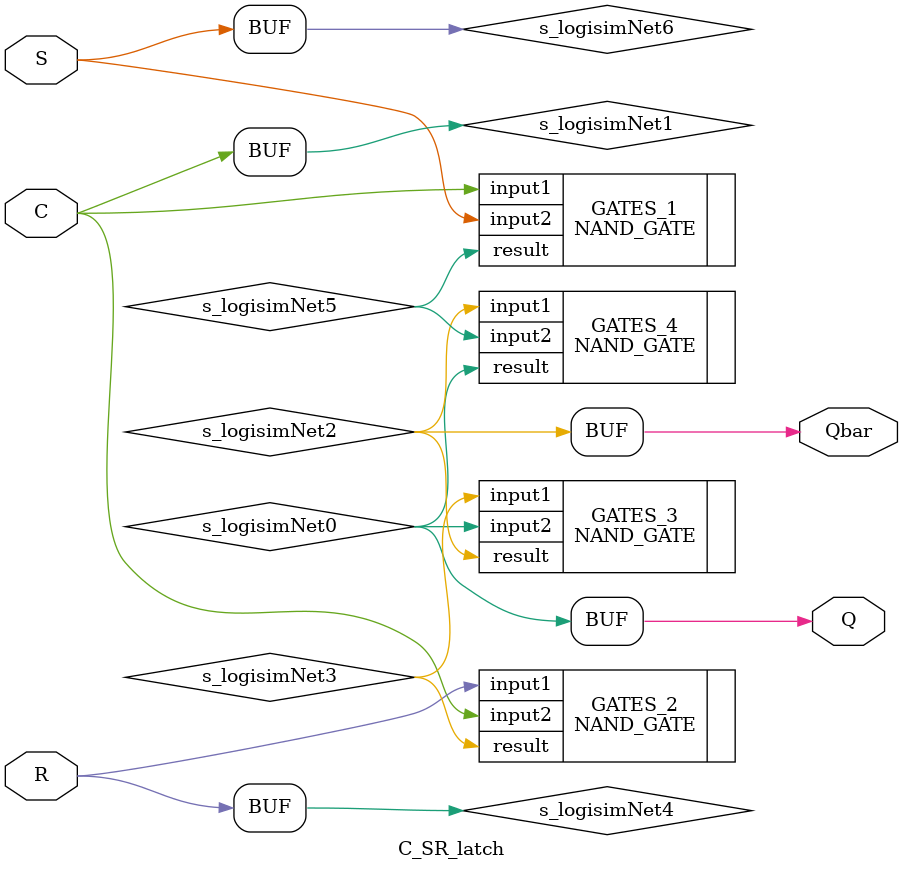
<source format=v>
/******************************************************************************
 ** Logisim-evolution goes FPGA automatic generated Verilog code             **
 ** https://github.com/logisim-evolution/                                    **
 **                                                                          **
 ** Component : C_SR_latch                                                   **
 **                                                                          **
 *****************************************************************************/

module C_SR_latch( C,
                   Q,
                   Qbar,
                   R,
                   S );

   /*******************************************************************************
   ** The inputs are defined here                                                **
   *******************************************************************************/
   input C;
   input R;
   input S;

   /*******************************************************************************
   ** The outputs are defined here                                               **
   *******************************************************************************/
   output Q;
   output Qbar;

   /*******************************************************************************
   ** The wires are defined here                                                 **
   *******************************************************************************/
   wire s_logisimNet0;
   wire s_logisimNet1;
   wire s_logisimNet2;
   wire s_logisimNet3;
   wire s_logisimNet4;
   wire s_logisimNet5;
   wire s_logisimNet6;

   /*******************************************************************************
   ** The module functionality is described here                                 **
   *******************************************************************************/

   /*******************************************************************************
   ** Here all input connections are defined                                     **
   *******************************************************************************/
   assign s_logisimNet1 = C;
   assign s_logisimNet4 = R;
   assign s_logisimNet6 = S;

   /*******************************************************************************
   ** Here all output connections are defined                                    **
   *******************************************************************************/
   assign Q    = s_logisimNet0;
   assign Qbar = s_logisimNet2;

   /*******************************************************************************
   ** Here all normal components are defined                                     **
   *******************************************************************************/
   NAND_GATE #(.BubblesMask(2'b00))
      GATES_1 (.input1(s_logisimNet1),
               .input2(s_logisimNet6),
               .result(s_logisimNet5));

   NAND_GATE #(.BubblesMask(2'b00))
      GATES_2 (.input1(s_logisimNet4),
               .input2(s_logisimNet1),
               .result(s_logisimNet3));

   NAND_GATE #(.BubblesMask(2'b00))
      GATES_3 (.input1(s_logisimNet3),
               .input2(s_logisimNet0),
               .result(s_logisimNet2));

   NAND_GATE #(.BubblesMask(2'b00))
      GATES_4 (.input1(s_logisimNet2),
               .input2(s_logisimNet5),
               .result(s_logisimNet0));


endmodule

</source>
